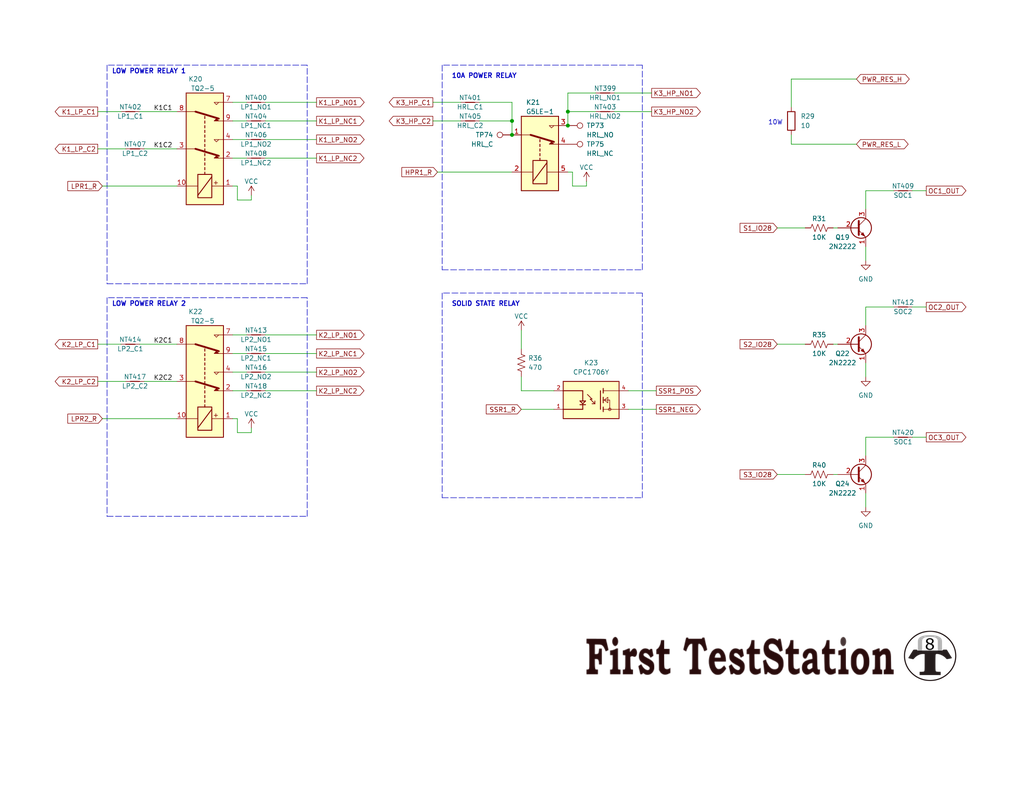
<source format=kicad_sch>
(kicad_sch (version 20211123) (generator eeschema)
  (paper "A")
  (title_block (title "InterconnectIO Board") (date "2022-06-01") (rev "0.1"))
  (lib_symbols
    (symbol "CPC1706Y:CPC1706Y" (pin_names (offset 1.016) hide)
      (property "Reference" "K" (at -7.62 5.715 0))
      (property "Value" "CPC1706Y" (at -7.62 -7.62 0))
      (symbol "CPC1706Y_0_0"
        (rectangle (start -7.62 -5.08) (end 7.62 5.08) (stroke (width 0.254)) (fill (type background)))
        (polyline (pts (xy -7.62 2.54) (xy -2.286 2.54)) (stroke (width 0.254)))
        (polyline (pts (xy -3.048 -1.27) (xy -1.524 -1.27)) (stroke (width 0.254)))
        (polyline (pts (xy -3.048 -0.254) (xy -2.286 -1.016)) (stroke (width 0.254)))
        (polyline (pts (xy -2.286 -2.54) (xy -7.62 -2.54)) (stroke (width 0.254)))
        (polyline (pts (xy -2.286 -1.27) (xy -2.286 -2.54)) (stroke (width 0.254)))
        (polyline (pts (xy -2.286 -1.016) (xy -1.524 -0.254)) (stroke (width 0.254)))
        (polyline (pts (xy -2.286 -0.254) (xy -3.048 -0.254)) (stroke (width 0.254)))
        (polyline (pts (xy -2.286 -0.254) (xy -1.524 -0.254)) (stroke (width 0.254)))
        (polyline (pts (xy -2.286 2.54) (xy -2.286 -0.254)) (stroke (width 0.254)))
        (polyline (pts (xy -1.016 1.524) (xy 0.254 0.254)) (stroke (width 0.2032)))
        (polyline (pts (xy -0.254 0.254) (xy 1.016 -1.016)) (stroke (width 0.2032)))
        (polyline (pts (xy 0.254 0.254) (xy -0.254 0.254)) (stroke (width 0.2032)))
        (polyline (pts (xy 1.016 -1.016) (xy 0.254 -1.016)) (stroke (width 0.2032)))
        (polyline (pts (xy 1.016 -1.016) (xy 1.016 -0.254)) (stroke (width 0.2032)))
        (polyline (pts (xy 2.54 2.54) (xy 2.54 -2.54)) (stroke (width 0.254)))
        (polyline (pts (xy 3.302 -2.54) (xy 3.302 -3.175)) (stroke (width 0.254)))
        (polyline (pts (xy 3.302 -1.905) (xy 3.302 -2.54)) (stroke (width 0.254)))
        (polyline (pts (xy 3.302 0) (xy 3.302 -0.762)) (stroke (width 0.254)))
        (polyline (pts (xy 3.302 0) (xy 5.08 0)) (stroke (width 0.1524)))
        (polyline (pts (xy 3.302 0.762) (xy 3.302 0)) (stroke (width 0.254)))
        (polyline (pts (xy 3.302 2.54) (xy 3.302 1.905)) (stroke (width 0.254)))
        (polyline (pts (xy 3.302 2.54) (xy 7.62 2.54)) (stroke (width 0.1524)))
        (polyline (pts (xy 3.302 3.175) (xy 3.302 2.54)) (stroke (width 0.254)))
        (polyline (pts (xy 5.08 -2.54) (xy 3.302 -2.54)) (stroke (width 0.1524)))
        (polyline (pts (xy 5.08 -2.54) (xy 7.62 -2.54)) (stroke (width 0.1524)))
        (polyline (pts (xy 5.08 0) (xy 5.08 -2.54)) (stroke (width 0.1524)))
        (polyline (pts (xy 3.556 0) (xy 4.572 0.762) (xy 4.572 -0.762) (xy 3.556 0)) (stroke (width 0.1524)) (fill (type background)))
        (circle (center 5.08 -2.54) (radius 0.3556))
        (pin passive line (at -10.16 -2.54 0) (length 2.54) (name "~") (number "1"))
        (pin passive line (at -10.16 2.54 0) (length 2.54) (name "~") (number "2"))
        (pin passive line (at 10.16 -2.54 180) (length 2.54) (name "~") (number "3"))
        (pin passive line (at 10.16 2.54 180) (length 2.54) (name "~") (number "4"))
      )
    )
    (symbol "Connector:TestPoint" (pin_numbers hide) (pin_names (offset 0.762) hide)
      (property "Reference" "TP" (at 0 6.858 0))
      (property "Value" "TestPoint" (at 0 5.08 0))
      (symbol "TestPoint_0_1"
        (circle (center 0 3.302) (radius 0.762))
      )
      (symbol "TestPoint_1_1"
        (pin passive line (at 0 0 90) (length 2.54) (name "1") (number "1"))
      )
    )
    (symbol "Device:NetTie_2" (pin_numbers hide) (pin_names (offset 0) hide)
      (property "Reference" "NT" (at 0 1.27 0))
      (property "Value" "NetTie_2" (at 0 -1.27 0))
      (symbol "NetTie_2_0_1"
        (polyline (pts (xy -1.27 0) (xy 1.27 0)) (stroke (width 0.254)))
      )
      (symbol "NetTie_2_1_1"
        (pin passive line (at -2.54 0 0) (length 2.54) (name "1") (number "1"))
        (pin passive line (at 2.54 0 180) (length 2.54) (name "2") (number "2"))
      )
    )
    (symbol "Device:R" (pin_numbers hide) (pin_names (offset 0))
      (property "Reference" "R" (at 2.032 0 90))
      (property "Value" "R" (at 0 0 90))
      (symbol "R_0_1"
        (rectangle (start -1.016 -2.54) (end 1.016 2.54) (stroke (width 0.254)))
      )
      (symbol "R_1_1"
        (pin passive line (at 0 3.81 270) (length 1.27) (name "~") (number "1"))
        (pin passive line (at 0 -3.81 90) (length 1.27) (name "~") (number "2"))
      )
    )
    (symbol "Device:R_US" (pin_numbers hide) (pin_names (offset 0))
      (property "Reference" "R" (at 2.54 0 90))
      (property "Value" "R_US" (at -2.54 0 90))
      (symbol "R_US_0_1"
        (polyline (pts (xy 0 -2.286) (xy 0 -2.54)))
        (polyline (pts (xy 0 2.286) (xy 0 2.54)))
        (polyline (pts (xy 0 -0.762) (xy 1.016 -1.143) (xy 0 -1.524) (xy -1.016 -1.905) (xy 0 -2.286)))
        (polyline (pts (xy 0 0.762) (xy 1.016 0.381) (xy 0 0) (xy -1.016 -0.381) (xy 0 -0.762)))
        (polyline (pts (xy 0 2.286) (xy 1.016 1.905) (xy 0 1.524) (xy -1.016 1.143) (xy 0 0.762)))
      )
      (symbol "R_US_1_1"
        (pin passive line (at 0 3.81 270) (length 1.27) (name "~") (number "1"))
        (pin passive line (at 0 -3.81 90) (length 1.27) (name "~") (number "2"))
      )
    )
    (symbol "Relay:G5LE-1"
      (property "Reference" "K" (at 11.43 3.81 0))
      (property "Value" "G5LE-1" (at 11.43 1.27 0))
      (symbol "G5LE-1_0_0"
        (polyline (pts (xy 7.62 5.08) (xy 7.62 2.54) (xy 6.985 3.175) (xy 7.62 3.81)))
      )
      (symbol "G5LE-1_0_1"
        (rectangle (start -10.16 5.08) (end 10.16 -5.08) (stroke (width 0.254)) (fill (type background)))
        (rectangle (start -8.255 1.905) (end -1.905 -1.905) (stroke (width 0.254)))
        (polyline (pts (xy -7.62 -1.905) (xy -2.54 1.905)) (stroke (width 0.254)))
        (polyline (pts (xy -5.08 -5.08) (xy -5.08 -1.905)))
        (polyline (pts (xy -5.08 5.08) (xy -5.08 1.905)))
        (polyline (pts (xy -1.905 0) (xy -1.27 0)) (stroke (width 0.254)))
        (polyline (pts (xy -0.635 0) (xy 0 0)) (stroke (width 0.254)))
        (polyline (pts (xy 0.635 0) (xy 1.27 0)) (stroke (width 0.254)))
        (polyline (pts (xy 1.905 0) (xy 2.54 0)) (stroke (width 0.254)))
        (polyline (pts (xy 3.175 0) (xy 3.81 0)) (stroke (width 0.254)))
        (polyline (pts (xy 5.08 -2.54) (xy 3.175 3.81)) (stroke (width 0.508)))
        (polyline (pts (xy 5.08 -2.54) (xy 5.08 -5.08)))
        (polyline (pts (xy 2.54 5.08) (xy 2.54 2.54) (xy 3.175 3.175) (xy 2.54 3.81)) (fill (type outline)))
      )
      (symbol "G5LE-1_1_1"
        (pin passive line (at 5.08 -7.62 90) (length 2.54) (name "~") (number "1"))
        (pin passive line (at -5.08 -7.62 90) (length 2.54) (name "~") (number "2"))
        (pin passive line (at 7.62 7.62 270) (length 2.54) (name "~") (number "3"))
        (pin passive line (at 2.54 7.62 270) (length 2.54) (name "~") (number "4"))
        (pin passive line (at -5.08 7.62 270) (length 2.54) (name "~") (number "5"))
      )
    )
    (symbol "Relay:TQ2-5"
      (property "Reference" "K?" (at 17.78 1.2701 0))
      (property "Value" "TQ2-5" (at 17.78 -1.2699 0))
      (symbol "TQ2-5_0_0"
        (text "+" (at -9.271 2.921 0) (effects (font (size 1.27 1.27))))
      )
      (symbol "TQ2-5_0_1"
        (rectangle (start -15.24 5.08) (end 15.24 -5.08) (stroke (width 0.254)) (fill (type background)))
        (rectangle (start -13.335 1.905) (end -6.985 -1.905) (stroke (width 0.254)))
        (polyline (pts (xy -12.7 -1.905) (xy -7.62 1.905)) (stroke (width 0.254)))
        (polyline (pts (xy -10.16 -5.08) (xy -10.16 -1.905)))
        (polyline (pts (xy -10.16 5.08) (xy -10.16 1.905)))
        (polyline (pts (xy -6.985 0) (xy -6.35 0)) (stroke (width 0.254)))
        (polyline (pts (xy -5.715 0) (xy -5.08 0)) (stroke (width 0.254)))
        (polyline (pts (xy -4.445 0) (xy -3.81 0)) (stroke (width 0.254)))
        (polyline (pts (xy -3.175 0) (xy -2.54 0)) (stroke (width 0.254)))
        (polyline (pts (xy -1.905 0) (xy -1.27 0)) (stroke (width 0.254)))
        (polyline (pts (xy -0.635 0) (xy 0 0)) (stroke (width 0.254)))
        (polyline (pts (xy 0 -2.54) (xy -1.905 3.81)) (stroke (width 0.508)))
        (polyline (pts (xy 0 -2.54) (xy 0 -5.08)))
        (polyline (pts (xy 0.635 0) (xy 1.27 0)) (stroke (width 0.254)))
        (polyline (pts (xy 1.905 0) (xy 2.54 0)) (stroke (width 0.254)))
        (polyline (pts (xy 3.175 0) (xy 3.81 0)) (stroke (width 0.254)))
        (polyline (pts (xy 4.445 0) (xy 5.08 0)) (stroke (width 0.254)))
        (polyline (pts (xy 5.715 0) (xy 6.35 0)) (stroke (width 0.254)))
        (polyline (pts (xy 6.985 0) (xy 7.62 0)) (stroke (width 0.254)))
        (polyline (pts (xy 8.255 0) (xy 8.89 0)) (stroke (width 0.254)))
        (polyline (pts (xy 10.16 -2.54) (xy 8.255 3.81)) (stroke (width 0.508)))
        (polyline (pts (xy 10.16 -2.54) (xy 10.16 -5.08)))
        (polyline (pts (xy -2.54 5.08) (xy -2.54 2.54) (xy -1.905 3.175) (xy -2.54 3.81)) (fill (type outline)))
        (polyline (pts (xy 2.54 5.08) (xy 2.54 2.54) (xy 1.905 3.175) (xy 2.54 3.81)))
        (polyline (pts (xy 7.62 5.08) (xy 7.62 2.54) (xy 8.255 3.175) (xy 7.62 3.81)) (fill (type outline)))
        (polyline (pts (xy 12.7 5.08) (xy 12.7 2.54) (xy 12.065 3.175) (xy 12.7 3.81)))
      )
      (symbol "TQ2-5_1_1"
        (pin passive line (at -10.16 7.62 270) (length 2.54) (name "~") (number "1"))
        (pin passive line (at -10.16 -7.62 90) (length 2.54) (name "~") (number "10"))
        (pin passive line (at -2.54 7.62 270) (length 2.54) (name "~") (number "2"))
        (pin passive line (at 0 -7.62 90) (length 2.54) (name "~") (number "3"))
        (pin passive line (at 2.54 7.62 270) (length 2.54) (name "~") (number "4"))
        (pin passive line (at 12.7 7.62 270) (length 2.54) (name "~") (number "7"))
        (pin passive line (at 10.16 -7.62 90) (length 2.54) (name "~") (number "8"))
        (pin passive line (at 7.62 7.62 270) (length 2.54) (name "~") (number "9"))
      )
    )
    (symbol "Transistor_BJT:2N3904" (pin_names (offset 0) hide)
      (property "Reference" "Q" (at 5.08 1.905 0))
      (property "Value" "2N3904" (at 5.08 0 0))
      (symbol "2N3904_0_1"
        (polyline (pts (xy 0.635 0.635) (xy 2.54 2.54)))
        (polyline (pts (xy 0.635 -0.635) (xy 2.54 -2.54) (xy 2.54 -2.54)))
        (polyline (pts (xy 0.635 1.905) (xy 0.635 -1.905) (xy 0.635 -1.905)) (stroke (width 0.508)))
        (polyline (pts (xy 1.27 -1.778) (xy 1.778 -1.27) (xy 2.286 -2.286) (xy 1.27 -1.778) (xy 1.27 -1.778)) (fill (type outline)))
        (circle (center 1.27 0) (radius 2.8194) (stroke (width 0.254)))
      )
      (symbol "2N3904_1_1"
        (pin passive line (at 2.54 -5.08 90) (length 2.54) (name "E") (number "1"))
        (pin passive line (at -5.08 0 0) (length 5.715) (name "B") (number "2"))
        (pin passive line (at 2.54 5.08 270) (length 2.54) (name "C") (number "3"))
      )
    )
    (symbol "power:GND" (power) (pin_numbers hide) (pin_names (offset 0) hide)
      (property "Value" "GND" (at 0 -3.81 0))
      (symbol "GND_0_1"
        (polyline (pts (xy 0 0) (xy 0 -1.27) (xy 1.27 -1.27) (xy 0 -2.54) (xy -1.27 -1.27) (xy 0 -1.27)))
      )
      (symbol "GND_1_1"
        (pin power_in line (at 0 0 270) (length 0) hide (name "GND") (number "1"))
      )
    )
    (symbol "power:VCC" (power) (pin_numbers hide) (pin_names (offset 0) hide)
      (property "Value" "VCC" (at 0 3.81 0))
      (symbol "VCC_0_1"
        (polyline (pts (xy -0.762 1.27) (xy 0 2.54)))
        (polyline (pts (xy 0 0) (xy 0 2.54)))
        (polyline (pts (xy 0 2.54) (xy 0.762 1.27)))
      )
      (symbol "VCC_1_1"
        (pin power_in line (at 0 0 90) (length 0) hide (name "VCC") (number "1"))
      )
    )
  )
  (junction (at 154.94 30.48))
  (junction (at 139.7 36.83))
  (junction (at 154.94 34.29))
  (junction (at 139.7 33.02))
  (wire (pts (xy 38.1 30.48) (xy 48.26 30.48)))
  (wire (pts (xy 142.24 111.76) (xy 151.13 111.76)))
  (wire (pts (xy 212.09 62.23) (xy 219.71 62.23)))
  (wire (pts (xy 215.9 21.59) (xy 215.9 29.21)))
  (wire (pts (xy 154.94 25.4) (xy 162.56 25.4)))
  (wire (pts (xy 63.5 43.18) (xy 67.31 43.18)))
  (wire (pts (xy 118.11 27.94) (xy 125.73 27.94)))
  (wire (pts (xy 215.9 21.59) (xy 233.68 21.59)))
  (wire (pts (xy 236.22 119.38) (xy 236.22 124.46)))
  (wire (pts (xy 64.77 114.3) (xy 63.5 114.3)))
  (wire (pts (xy 63.5 91.44) (xy 67.31 91.44)))
  (wire (pts (xy 27.94 50.8) (xy 48.26 50.8)))
  (wire (pts (xy 72.39 91.44) (xy 86.36 91.44)))
  (wire (pts (xy 72.39 106.68) (xy 86.36 106.68)))
  (wire (pts (xy 27.94 114.3) (xy 48.26 114.3)))
  (polyline (pts (xy 83.82 140.97) (xy 83.82 81.28)))
  (wire (pts (xy 68.58 54.61) (xy 64.77 54.61)))
  (wire (pts (xy 160.02 49.53) (xy 160.02 50.8)))
  (wire (pts (xy 118.11 33.02) (xy 125.73 33.02)))
  (wire (pts (xy 64.77 50.8) (xy 63.5 50.8)))
  (wire (pts (xy 236.22 134.62) (xy 236.22 138.43)))
  (wire (pts (xy 236.22 52.07) (xy 236.22 57.15)))
  (polyline (pts (xy 120.65 80.01) (xy 120.65 135.89)))
  (wire (pts (xy 236.22 67.31) (xy 236.22 71.12)))
  (wire (pts (xy 26.67 30.48) (xy 33.02 30.48)))
  (wire (pts (xy 171.45 111.76) (xy 179.07 111.76)))
  (wire (pts (xy 26.67 40.64) (xy 34.29 40.64)))
  (wire (pts (xy 63.5 101.6) (xy 67.31 101.6)))
  (wire (pts (xy 156.21 46.99) (xy 154.94 46.99)))
  (wire (pts (xy 68.58 53.34) (xy 68.58 54.61)))
  (wire (pts (xy 212.09 93.98) (xy 219.71 93.98)))
  (wire (pts (xy 236.22 83.82) (xy 236.22 88.9)))
  (polyline (pts (xy 120.65 135.89) (xy 175.26 135.89)))
  (wire (pts (xy 167.64 25.4) (xy 177.8 25.4)))
  (wire (pts (xy 72.39 33.02) (xy 86.36 33.02)))
  (wire (pts (xy 63.5 33.02) (xy 67.31 33.02)))
  (wire (pts (xy 248.92 83.82) (xy 252.73 83.82)))
  (wire (pts (xy 130.81 33.02) (xy 139.7 33.02)))
  (wire (pts (xy 26.67 93.98) (xy 33.02 93.98)))
  (polyline (pts (xy 83.82 17.78) (xy 29.21 17.78)))
  (wire (pts (xy 72.39 96.52) (xy 86.36 96.52)))
  (wire (pts (xy 39.37 40.64) (xy 48.26 40.64)))
  (polyline (pts (xy 83.82 81.28) (xy 29.21 81.28)))
  (polyline (pts (xy 175.26 73.66) (xy 175.26 17.78)))
  (wire (pts (xy 64.77 114.3) (xy 64.77 118.11)))
  (wire (pts (xy 171.45 106.68) (xy 179.07 106.68)))
  (wire (pts (xy 167.64 30.48) (xy 177.8 30.48)))
  (wire (pts (xy 68.58 116.84) (xy 68.58 118.11)))
  (wire (pts (xy 68.58 118.11) (xy 64.77 118.11)))
  (polyline (pts (xy 83.82 77.47) (xy 83.82 17.78)))
  (polyline (pts (xy 29.21 17.78) (xy 29.21 77.47)))
  (wire (pts (xy 72.39 38.1) (xy 86.36 38.1)))
  (polyline (pts (xy 175.26 80.01) (xy 120.65 80.01)))
  (wire (pts (xy 236.22 99.06) (xy 236.22 102.87)))
  (wire (pts (xy 130.81 27.94) (xy 139.7 27.94)))
  (wire (pts (xy 139.7 27.94) (xy 139.7 33.02)))
  (wire (pts (xy 227.33 129.54) (xy 228.6 129.54)))
  (wire (pts (xy 142.24 90.17) (xy 142.24 95.25)))
  (wire (pts (xy 227.33 93.98) (xy 228.6 93.98)))
  (wire (pts (xy 142.24 102.87) (xy 142.24 106.68)))
  (wire (pts (xy 160.02 50.8) (xy 156.21 50.8)))
  (wire (pts (xy 156.21 46.99) (xy 156.21 50.8)))
  (wire (pts (xy 72.39 101.6) (xy 86.36 101.6)))
  (wire (pts (xy 236.22 83.82) (xy 243.84 83.82)))
  (wire (pts (xy 154.94 30.48) (xy 154.94 34.29)))
  (wire (pts (xy 72.39 27.94) (xy 86.36 27.94)))
  (wire (pts (xy 248.92 52.07) (xy 252.73 52.07)))
  (wire (pts (xy 119.38 46.99) (xy 139.7 46.99)))
  (wire (pts (xy 236.22 119.38) (xy 243.84 119.38)))
  (wire (pts (xy 212.09 129.54) (xy 219.71 129.54)))
  (wire (pts (xy 63.5 106.68) (xy 67.31 106.68)))
  (wire (pts (xy 154.94 30.48) (xy 162.56 30.48)))
  (polyline (pts (xy 120.65 73.66) (xy 175.26 73.66)))
  (polyline (pts (xy 175.26 135.89) (xy 175.26 80.01)))
  (polyline (pts (xy 120.65 17.78) (xy 120.65 73.66)))
  (wire (pts (xy 64.77 50.8) (xy 64.77 54.61)))
  (wire (pts (xy 63.5 96.52) (xy 67.31 96.52)))
  (polyline (pts (xy 29.21 81.28) (xy 29.21 140.97)))
  (wire (pts (xy 39.37 104.14) (xy 48.26 104.14)))
  (polyline (pts (xy 175.26 17.78) (xy 120.65 17.78)))
  (wire (pts (xy 139.7 33.02) (xy 139.7 36.83)))
  (wire (pts (xy 63.5 38.1) (xy 67.31 38.1)))
  (wire (pts (xy 63.5 27.94) (xy 67.31 27.94)))
  (wire (pts (xy 248.92 119.38) (xy 252.73 119.38)))
  (wire (pts (xy 154.94 25.4) (xy 154.94 30.48)))
  (wire (pts (xy 227.33 62.23) (xy 228.6 62.23)))
  (wire (pts (xy 26.67 104.14) (xy 34.29 104.14)))
  (polyline (pts (xy 29.21 77.47) (xy 83.82 77.47)))
  (polyline (pts (xy 29.21 140.97) (xy 83.82 140.97)))
  (wire (pts (xy 142.24 106.68) (xy 151.13 106.68)))
  (wire (pts (xy 72.39 43.18) (xy 86.36 43.18)))
  (wire (pts (xy 236.22 52.07) (xy 243.84 52.07)))
  (wire (pts (xy 38.1 93.98) (xy 48.26 93.98)))
  (wire (pts (xy 233.68 39.37) (xy 215.9 39.37)))
  (wire (pts (xy 215.9 39.37) (xy 215.9 36.83)))
  (image (at 201.93 179.07) (scale 2.13772))
  (image (at 254 179.07))
  (text "10W" (at 209.55 34.29 0) (effects (font (size 1.27 1.27)) (justify left bottom)))
  (text "10A POWER RELAY" (at 123.19 21.59 0) (effects (font (size 1.27 1.27) (thickness 0.254) bold) (justify left bottom)))
  (text "LOW POWER RELAY 1" (at 30.48 20.32 0) (effects (font (size 1.27 1.27) (thickness 0.254) bold) (justify left bottom)))
  (text "SOLID STATE RELAY" (at 123.19 83.82 0) (effects (font (size 1.27 1.27) (thickness 0.254) bold) (justify left bottom)))
  (text "LOW POWER RELAY 2" (at 30.48 83.82 0) (effects (font (size 1.27 1.27) (thickness 0.254) bold) (justify left bottom)))
  (label "K2C1" (at 41.91 93.98 0))
  (label "K1C1" (at 41.91 30.48 0))
  (label "K2C2" (at 41.91 104.14 0))
  (label "K1C2" (at 41.91 40.64 0))
  (global_label "LPR2_R" (shape input) (at 27.94 114.3 180) (property "Intersheet References" "${INTERSHEET_REFS}" (effects hide)))
  (global_label "S1_IO28" (shape input) (at 212.09 62.23 180) (property "Intersheet References" "${INTERSHEET_REFS}" (effects hide)))
  (global_label "K3_HP_NO2" (shape output) (at 177.8 30.48 0) (property "Intersheet References" "${INTERSHEET_REFS}" (effects hide)))
  (global_label "K2_LP_NC1" (shape output) (at 86.36 96.52 0) (property "Intersheet References" "${INTERSHEET_REFS}" (effects hide)))
  (global_label "K1_LP_NC2" (shape output) (at 86.36 43.18 0) (property "Intersheet References" "${INTERSHEET_REFS}" (effects hide)))
  (global_label "SSR1_R" (shape input) (at 142.24 111.76 180) (property "Intersheet References" "${INTERSHEET_REFS}" (effects hide)))
  (global_label "K1_LP_C2" (shape output) (at 26.67 40.64 180) (property "Intersheet References" "${INTERSHEET_REFS}" (effects hide)))
  (global_label "K1_LP_NO1" (shape output) (at 86.36 27.94 0) (property "Intersheet References" "${INTERSHEET_REFS}" (effects hide)))
  (global_label "K2_LP_NC2" (shape output) (at 86.36 106.68 0) (property "Intersheet References" "${INTERSHEET_REFS}" (effects hide)))
  (global_label "K2_LP_C2" (shape output) (at 26.67 104.14 180) (property "Intersheet References" "${INTERSHEET_REFS}" (effects hide)))
  (global_label "S2_IO28" (shape input) (at 212.09 93.98 180) (property "Intersheet References" "${INTERSHEET_REFS}" (effects hide)))
  (global_label "HPR1_R" (shape input) (at 119.38 46.99 180) (property "Intersheet References" "${INTERSHEET_REFS}" (effects hide)))
  (global_label "K2_LP_NO1" (shape output) (at 86.36 91.44 0) (property "Intersheet References" "${INTERSHEET_REFS}" (effects hide)))
  (global_label "K3_HP_C2" (shape output) (at 118.11 33.02 180) (property "Intersheet References" "${INTERSHEET_REFS}" (effects hide)))
  (global_label "OC2_OUT" (shape output) (at 252.73 83.82 0) (property "Intersheet References" "${INTERSHEET_REFS}" (effects hide)))
  (global_label "OC1_OUT" (shape output) (at 252.73 52.07 0) (property "Intersheet References" "${INTERSHEET_REFS}" (effects hide)))
  (global_label "K2_LP_C1" (shape output) (at 26.67 93.98 180) (property "Intersheet References" "${INTERSHEET_REFS}" (effects hide)))
  (global_label "PWR_RES_H" (shape bidirectional) (at 233.68 21.59 0) (property "Intersheet References" "${INTERSHEET_REFS}" (effects hide)))
  (global_label "K2_LP_NO2" (shape output) (at 86.36 101.6 0) (property "Intersheet References" "${INTERSHEET_REFS}" (effects hide)))
  (global_label "OC3_OUT" (shape output) (at 252.73 119.38 0) (property "Intersheet References" "${INTERSHEET_REFS}" (effects hide)))
  (global_label "K3_HP_C1" (shape output) (at 118.11 27.94 180) (property "Intersheet References" "${INTERSHEET_REFS}" (effects hide)))
  (global_label "SSR1_NEG" (shape output) (at 179.07 111.76 0) (property "Intersheet References" "${INTERSHEET_REFS}" (effects hide)))
  (global_label "S3_IO28" (shape input) (at 212.09 129.54 180) (property "Intersheet References" "${INTERSHEET_REFS}" (effects hide)))
  (global_label "PWR_RES_L" (shape bidirectional) (at 233.68 39.37 0) (property "Intersheet References" "${INTERSHEET_REFS}" (effects hide)))
  (global_label "K3_HP_NO1" (shape output) (at 177.8 25.4 0) (property "Intersheet References" "${INTERSHEET_REFS}" (effects hide)))
  (global_label "K1_LP_C1" (shape output) (at 26.67 30.48 180) (property "Intersheet References" "${INTERSHEET_REFS}" (effects hide)))
  (global_label "LPR1_R" (shape input) (at 27.94 50.8 180) (property "Intersheet References" "${INTERSHEET_REFS}" (effects hide)))
  (global_label "SSR1_POS" (shape output) (at 179.07 106.68 0) (property "Intersheet References" "${INTERSHEET_REFS}" (effects hide)))
  (global_label "K1_LP_NO2" (shape output) (at 86.36 38.1 0) (property "Intersheet References" "${INTERSHEET_REFS}" (effects hide)))
  (global_label "K1_LP_NC1" (shape output) (at 86.36 33.02 0) (property "Intersheet References" "${INTERSHEET_REFS}" (effects hide)))
  (symbol (lib_id "Device:R") (at 215.9 33.02 0) (unit 1)
    (property "Reference" "R29" (at 218.44 31.7499 0) (effects (justify left)))
    (property "Value" "10" (at 218.44 34.2899 0) (effects (justify left)))
    (property "Footprint" "Resistor_THT:R_Axial_Power_L38.0mm_W9.0mm_P45.72mm" (effects hide))
  )
  (symbol (lib_id "Device:NetTie_2") (at 69.85 101.6 0) (unit 1)
    (property "Reference" "NT416" (at 69.85 100.33 0))
    (property "Value" "LP2_NO2" (at 69.85 102.87 0))
    (property "Footprint" "NetTie:NetTie-2_Front1.0mm" (effects hide))
  )
  (symbol (lib_id "Device:NetTie_2") (at 128.27 33.02 0) (unit 1)
    (property "Reference" "NT405" (at 128.27 31.75 0))
    (property "Value" "HRL_C2" (at 128.27 34.29 0))
    (property "Footprint" "NetTie:NetTie-2_Front1.0mm" (effects hide))
  )
  (symbol (lib_id "Device:R_US") (at 223.52 62.23 270) (unit 1)
    (property "Reference" "R31" (at 223.52 59.69 90))
    (property "Value" "10K" (at 223.52 64.77 90))
    (property "Footprint" "Resistor_THT:R_Axial_DIN0309_L9.0mm_D3.2mm_P12.70mm_Horizontal" (effects hide))
  )
  (symbol (lib_id "Device:NetTie_2") (at 165.1 30.48 0) (unit 1)
    (property "Reference" "NT403" (at 165.1 29.21 0))
    (property "Value" "HRL_NO2" (at 165.1 31.75 0))
    (property "Footprint" "NetTie:NetTie-2_Front1.0mm" (effects hide))
  )
  (symbol (lib_id "Relay:G5LE-1") (at 147.32 41.91 270) (mirror x) (unit 1)
    (property "Reference" "K21" (at 143.51 27.94 90) (effects (justify left)))
    (property "Value" "G5LE-1" (at 143.51 30.48 90) (effects (justify left)))
    (property "Footprint" "Relay_THT:Relay_SPDT_Omron-G5LE-1" (effects hide))
    (property "Datasheet" "http://www.omron.com/ecb/products/pdf/en-g5le.pdf" (effects hide))
  )
  (symbol (lib_id "Device:NetTie_2") (at 35.56 30.48 0) (unit 1)
    (property "Reference" "NT402" (at 35.56 29.21 0))
    (property "Value" "LP1_C1" (at 35.56 31.75 0))
    (property "Footprint" "NetTie:NetTie-2_Front1.0mm" (effects hide))
  )
  (symbol (lib_id "Connector:TestPoint") (at 139.7 36.83 90) (mirror x) (unit 1)
    (property "Reference" "TP74" (at 134.62 36.83 90) (effects (justify left)))
    (property "Value" "HRL_C" (at 134.62 39.37 90) (effects (justify left)))
    (property "Footprint" "Connector_Pin:Pin_D0.9mm_L10.0mm_W2.4mm_FlatFork" (effects hide))
  )
  (symbol (lib_id "Device:NetTie_2") (at 69.85 96.52 0) (unit 1)
    (property "Reference" "NT415" (at 69.85 95.25 0))
    (property "Value" "LP2_NC1" (at 69.85 97.79 0))
    (property "Footprint" "NetTie:NetTie-2_Front1.0mm" (effects hide))
  )
  (symbol (lib_id "power:GND") (at 236.22 138.43 0) (unit 1)
    (property "Reference" "#PWR098" (effects hide))
    (property "Value" "GND" (at 236.22 143.51 0))
  )
  (symbol (lib_id "Device:NetTie_2") (at 69.85 27.94 0) (unit 1)
    (property "Reference" "NT400" (at 69.85 26.67 0))
    (property "Value" "LP1_NO1" (at 69.85 29.21 0))
    (property "Footprint" "NetTie:NetTie-2_Front1.0mm" (effects hide))
  )
  (symbol (lib_id "Device:NetTie_2") (at 69.85 106.68 0) (unit 1)
    (property "Reference" "NT418" (at 69.85 105.41 0))
    (property "Value" "LP2_NC2" (at 69.85 107.95 0))
    (property "Footprint" "NetTie:NetTie-2_Front1.0mm" (effects hide))
  )
  (symbol (lib_id "Connector:TestPoint") (at 154.94 39.37 270) (unit 1)
    (property "Reference" "TP75" (at 160.02 39.37 90) (effects (justify left)))
    (property "Value" "HRL_NC" (at 160.02 41.91 90) (effects (justify left)))
    (property "Footprint" "Connector_Pin:Pin_D0.9mm_L10.0mm_W2.4mm_FlatFork" (effects hide))
  )
  (symbol (lib_id "Device:R_US") (at 142.24 99.06 180) (unit 1)
    (property "Reference" "R36" (at 146.05 97.79 0))
    (property "Value" "470" (at 146.05 100.33 0))
    (property "Footprint" "Resistor_THT:R_Axial_DIN0309_L9.0mm_D3.2mm_P12.70mm_Horizontal" (effects hide))
  )
  (symbol (lib_id "power:VCC") (at 68.58 116.84 0) (unit 1)
    (property "Reference" "#PWR095" (effects hide))
    (property "Value" "VCC" (at 68.58 113.03 0))
  )
  (symbol (lib_id "power:VCC") (at 160.02 49.53 0) (unit 1)
    (property "Reference" "#PWR085" (effects hide))
    (property "Value" "VCC" (at 160.02 45.72 0))
  )
  (symbol (lib_id "Relay:TQ2-5") (at 55.88 40.64 270) (mirror x) (unit 1)
    (property "Reference" "K20" (at 53.34 21.59 90))
    (property "Value" "TQ2-5" (at 52.07 24.13 90) (effects (justify left)))
    (property "Footprint" "Relay_THT:Relay_DPDT_FRT5" (effects hide))
    (property "Datasheet" "http://omronfs.omron.com/en_US/ecb/products/pdf/en-tq2.pdf" (effects hide))
  )
  (symbol (lib_id "Device:NetTie_2") (at 36.83 104.14 0) (unit 1)
    (property "Reference" "NT417" (at 36.83 102.87 0))
    (property "Value" "LP2_C2" (at 36.83 105.41 0))
    (property "Footprint" "NetTie:NetTie-2_Front1.0mm" (effects hide))
  )
  (symbol (lib_id "power:GND") (at 236.22 102.87 0) (unit 1)
    (property "Reference" "#PWR093" (effects hide))
    (property "Value" "GND" (at 236.22 107.95 0))
  )
  (symbol (lib_id "Connector:TestPoint") (at 154.94 34.29 270) (unit 1)
    (property "Reference" "TP73" (at 160.02 34.29 90) (effects (justify left)))
    (property "Value" "HRL_NO" (at 160.02 36.83 90) (effects (justify left)))
    (property "Footprint" "Connector_Pin:Pin_D0.9mm_L10.0mm_W2.4mm_FlatFork" (effects hide))
  )
  (symbol (lib_id "Transistor_BJT:2N3904") (at 233.68 129.54 0) (unit 1)
    (property "Reference" "Q24" (at 229.87 132.08 0))
    (property "Value" "2N2222" (at 229.87 134.62 0))
    (property "Footprint" "Package_TO_SOT_THT:TO-92_Inline" (effects hide))
    (property "Datasheet" "https://www.onsemi.com/pub/Collateral/2N3903-D.PDF" (effects hide))
  )
  (symbol (lib_id "Device:NetTie_2") (at 69.85 38.1 0) (unit 1)
    (property "Reference" "NT406" (at 69.85 36.83 0))
    (property "Value" "LP1_NO2" (at 69.85 39.37 0))
    (property "Footprint" "NetTie:NetTie-2_Front1.0mm" (effects hide))
  )
  (symbol (lib_id "Transistor_BJT:2N3904") (at 233.68 62.23 0) (unit 1)
    (property "Reference" "Q19" (at 229.87 64.77 0))
    (property "Value" "2N2222" (at 229.87 67.31 0))
    (property "Footprint" "Package_TO_SOT_THT:TO-92_Inline" (effects hide))
    (property "Datasheet" "https://www.onsemi.com/pub/Collateral/2N3903-D.PDF" (effects hide))
  )
  (symbol (lib_id "Device:NetTie_2") (at 69.85 33.02 0) (unit 1)
    (property "Reference" "NT404" (at 69.85 31.75 0))
    (property "Value" "LP1_NC1" (at 69.85 34.29 0))
    (property "Footprint" "NetTie:NetTie-2_Front1.0mm" (effects hide))
  )
  (symbol (lib_id "Device:R_US") (at 223.52 129.54 270) (unit 1)
    (property "Reference" "R40" (at 223.52 127 90))
    (property "Value" "10K" (at 223.52 132.08 90))
    (property "Footprint" "Resistor_THT:R_Axial_DIN0309_L9.0mm_D3.2mm_P12.70mm_Horizontal" (effects hide))
  )
  (symbol (lib_id "Device:NetTie_2") (at 69.85 43.18 0) (unit 1)
    (property "Reference" "NT408" (at 69.85 41.91 0))
    (property "Value" "LP1_NC2" (at 69.85 44.45 0))
    (property "Footprint" "NetTie:NetTie-2_Front1.0mm" (effects hide))
  )
  (symbol (lib_id "power:VCC") (at 142.24 90.17 0) (unit 1)
    (property "Reference" "#PWR092" (effects hide))
    (property "Value" "VCC" (at 142.24 86.36 0))
  )
  (symbol (lib_id "power:GND") (at 236.22 71.12 0) (unit 1)
    (property "Reference" "#PWR090" (effects hide))
    (property "Value" "GND" (at 236.22 76.2 0))
  )
  (symbol (lib_id "Relay:TQ2-5") (at 55.88 104.14 270) (mirror x) (unit 1)
    (property "Reference" "K22" (at 53.34 85.09 90))
    (property "Value" "TQ2-5" (at 52.07 87.63 90) (effects (justify left)))
    (property "Footprint" "Relay_THT:Relay_DPDT_FRT5" (effects hide))
    (property "Datasheet" "http://omronfs.omron.com/en_US/ecb/products/pdf/en-tq2.pdf" (effects hide))
  )
  (symbol (lib_id "Device:NetTie_2") (at 165.1 25.4 0) (unit 1)
    (property "Reference" "NT399" (at 165.1 24.13 0))
    (property "Value" "HRL_NO1" (at 165.1 26.67 0))
    (property "Footprint" "NetTie:NetTie-2_Front1.0mm" (effects hide))
  )
  (symbol (lib_id "Device:NetTie_2") (at 36.83 40.64 0) (unit 1)
    (property "Reference" "NT407" (at 36.83 39.37 0))
    (property "Value" "LP1_C2" (at 36.83 41.91 0))
    (property "Footprint" "NetTie:NetTie-2_Front1.0mm" (effects hide))
  )
  (symbol (lib_id "Device:NetTie_2") (at 128.27 27.94 0) (unit 1)
    (property "Reference" "NT401" (at 128.27 26.67 0))
    (property "Value" "HRL_C1" (at 128.27 29.21 0))
    (property "Footprint" "NetTie:NetTie-2_Front1.0mm" (effects hide))
  )
  (symbol (lib_id "Device:NetTie_2") (at 246.38 83.82 0) (unit 1)
    (property "Reference" "NT412" (at 246.38 82.55 0))
    (property "Value" "SOC2" (at 246.38 85.09 0))
    (property "Footprint" "NetTie:NetTie-2_Front1.0mm" (effects hide))
  )
  (symbol (lib_id "Device:NetTie_2") (at 246.38 52.07 0) (unit 1)
    (property "Reference" "NT409" (at 246.38 50.8 0))
    (property "Value" "SOC1" (at 246.38 53.34 0))
    (property "Footprint" "NetTie:NetTie-2_Front1.0mm" (effects hide))
  )
  (symbol (lib_id "CPC1706Y:CPC1706Y") (at 161.29 109.22 0) (unit 1)
    (property "Reference" "K23" (at 161.29 99.06 0))
    (property "Value" "CPC1706Y" (at 161.29 101.6 0))
    (property "Footprint" "SnapEDA Library:RELAY_CPC1706Y" (effects hide))
    (property "MANUFACTURER" "IXYS" (effects hide))
    (property "STANDARD" "Manufacturer Recommendations" (effects hide))
  )
  (symbol (lib_id "Transistor_BJT:2N3904") (at 233.68 93.98 0) (unit 1)
    (property "Reference" "Q22" (at 229.87 96.52 0))
    (property "Value" "2N2222" (at 229.87 99.06 0))
    (property "Footprint" "Package_TO_SOT_THT:TO-92_Inline" (effects hide))
    (property "Datasheet" "https://www.onsemi.com/pub/Collateral/2N3903-D.PDF" (effects hide))
  )
  (symbol (lib_id "Device:NetTie_2") (at 69.85 91.44 0) (unit 1)
    (property "Reference" "NT413" (at 69.85 90.17 0))
    (property "Value" "LP2_NO1" (at 69.85 92.71 0))
    (property "Footprint" "NetTie:NetTie-2_Front1.0mm" (effects hide))
  )
  (symbol (lib_id "Device:R_US") (at 223.52 93.98 270) (unit 1)
    (property "Reference" "R35" (at 223.52 91.44 90))
    (property "Value" "10K" (at 223.52 96.52 90))
    (property "Footprint" "Resistor_THT:R_Axial_DIN0309_L9.0mm_D3.2mm_P12.70mm_Horizontal" (effects hide))
  )
  (symbol (lib_id "Device:NetTie_2") (at 35.56 93.98 0) (unit 1)
    (property "Reference" "NT414" (at 35.56 92.71 0))
    (property "Value" "LP2_C1" (at 35.56 95.25 0))
    (property "Footprint" "NetTie:NetTie-2_Front1.0mm" (effects hide))
  )
  (symbol (lib_id "Device:NetTie_2") (at 246.38 119.38 0) (unit 1)
    (property "Reference" "NT420" (at 246.38 118.11 0))
    (property "Value" "SOC1" (at 246.38 120.65 0))
    (property "Footprint" "NetTie:NetTie-2_Front1.0mm" (effects hide))
  )
  (symbol (lib_id "power:VCC") (at 68.58 53.34 0) (unit 1)
    (property "Reference" "#PWR087" (effects hide))
    (property "Value" "VCC" (at 68.58 49.53 0))
  )
)
</source>
